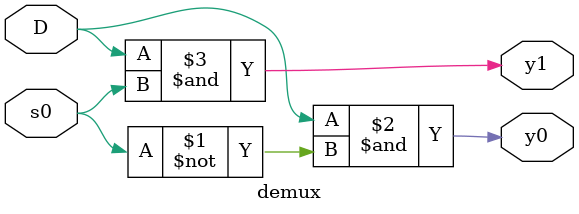
<source format=v>
module demux(
    input D,
    input s0,
    output y0,
    output y1
);
assign y0 = (D&~s0);
assign y1 = (D&s0);
endmodule
</source>
